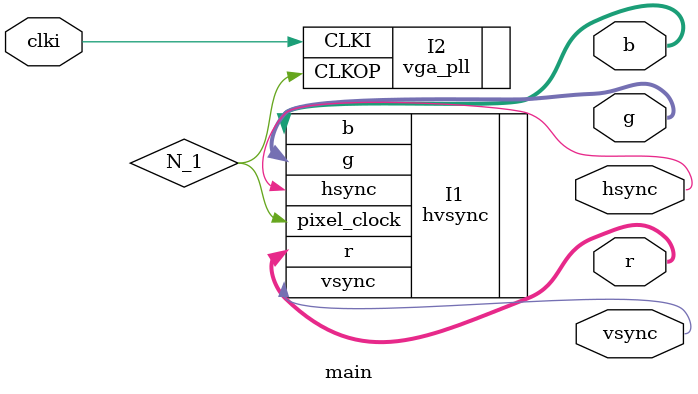
<source format=v>
/* Verilog model created from schematic main.sch -- Jan 21, 2017 22:54 */

module main( b, clki, g, hsync, r, vsync );
output [3:0] b;
 input clki;
output [3:0] g;
output hsync;
output [3:0] r;
output vsync;
wire N_1;



hvsync I1 ( .b(b[3:0]), .g(g[3:0]), .hsync(hsync), .pixel_clock(N_1), .r(r[3:0]),
         .vsync(vsync) );
vga_pll I2 ( .CLKI(clki), .CLKOP(N_1) );

endmodule // main

</source>
